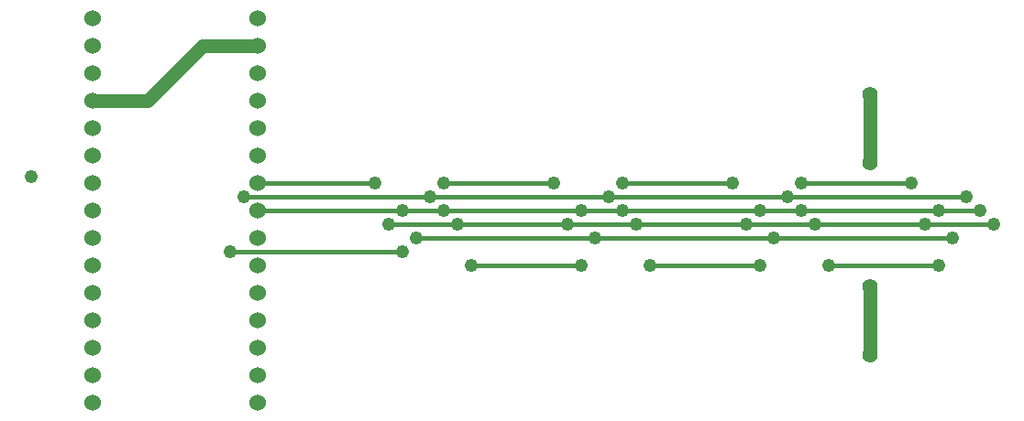
<source format=gbr>
G04 Easy-PC Gerber Version 25.0 Build 5877*
G04 #@! TF.Part,Single*
G04 #@! TF.FileFunction,Copper,L2,Bot*
G04 #@! TF.FilePolarity,Positive*
%FSLAX35Y35*%
%MOIN*%
%ADD19C,0.01500*%
G04 #@! TA.AperFunction,ViaPad*
%ADD122C,0.04800*%
G04 #@! TD.AperFunction*
%ADD18C,0.05000*%
G04 #@! TA.AperFunction,ViaPad*
%ADD26C,0.05600*%
G04 #@! TD.AperFunction*
%ADD25C,0.06000*%
G04 #@! TD.AperFunction*
X0Y0D02*
D02*
D18*
X175250Y360250D02*
X195250D01*
X215250Y380250D01*
X235250D01*
X457750Y267750D02*
Y292750D01*
Y337750D02*
Y362750D01*
D02*
D19*
X230250Y325250D02*
X297750D01*
X235250Y320250D02*
X287750D01*
X277750Y330250D02*
X235250D01*
X287750Y305250D02*
X225250D01*
X287750Y320250D02*
X302750D01*
X297750Y325250D02*
X362750D01*
X302750Y320250D02*
X352750D01*
X302750Y330250D02*
X342750D01*
X307750Y315250D02*
X282750D01*
X347750D02*
X307750D01*
X352750Y300250D02*
X312750D01*
X352750Y320250D02*
X367750D01*
X357750Y310250D02*
X292750D01*
X362750Y325250D02*
X427750D01*
X367750Y320250D02*
X417750D01*
X367750Y330250D02*
X407750D01*
X372750Y315250D02*
X347750D01*
X412750D02*
X372750D01*
X417750Y300250D02*
X377750D01*
X417750Y320250D02*
X432750D01*
X422750Y310250D02*
X357750D01*
X427750Y325250D02*
X492750D01*
X432750Y320250D02*
X482750D01*
X432750Y330250D02*
X472750D01*
X437750Y315250D02*
X412750D01*
X477750D02*
X437750D01*
X482750Y300250D02*
X442750D01*
X482750Y320250D02*
X497750D01*
X487750Y310250D02*
X422750D01*
X502750Y315250D02*
X477750D01*
D02*
D25*
X175250Y250250D03*
Y260250D03*
Y270250D03*
Y280250D03*
Y290250D03*
Y300250D03*
Y310250D03*
Y320250D03*
Y330250D03*
Y340250D03*
Y350250D03*
Y360250D03*
Y370250D03*
Y380250D03*
Y390250D03*
X235250Y250250D03*
Y260250D03*
Y270250D03*
Y280250D03*
Y290250D03*
Y300250D03*
Y310250D03*
Y320250D03*
Y330250D03*
Y340250D03*
Y350250D03*
Y360250D03*
Y370250D03*
Y380250D03*
Y390250D03*
D02*
D26*
X457750Y267750D03*
Y292750D03*
Y337750D03*
Y362750D03*
D02*
D122*
X152750Y332750D03*
X225250Y305250D03*
X230250Y325250D03*
X277750Y330250D03*
X282750Y315250D03*
X287750Y305250D03*
Y320250D03*
X292750Y310250D03*
X297750Y325250D03*
X302750Y320250D03*
Y330250D03*
X307750Y315250D03*
X312750Y300250D03*
X342750Y330250D03*
X347750Y315250D03*
X352750Y300250D03*
Y320250D03*
X357750Y310250D03*
X362750Y325250D03*
X367750Y320250D03*
Y330250D03*
X372750Y315250D03*
X377750Y300250D03*
X407750Y330250D03*
X412750Y315250D03*
X417750Y300250D03*
Y320250D03*
X422750Y310250D03*
X427750Y325250D03*
X432750Y320250D03*
Y330250D03*
X437750Y315250D03*
X442750Y300250D03*
X472750Y330250D03*
X477750Y315250D03*
X482750Y300250D03*
Y320250D03*
X487750Y310250D03*
X492750Y325250D03*
X497750Y320250D03*
X502750Y315250D03*
X0Y0D02*
M02*

</source>
